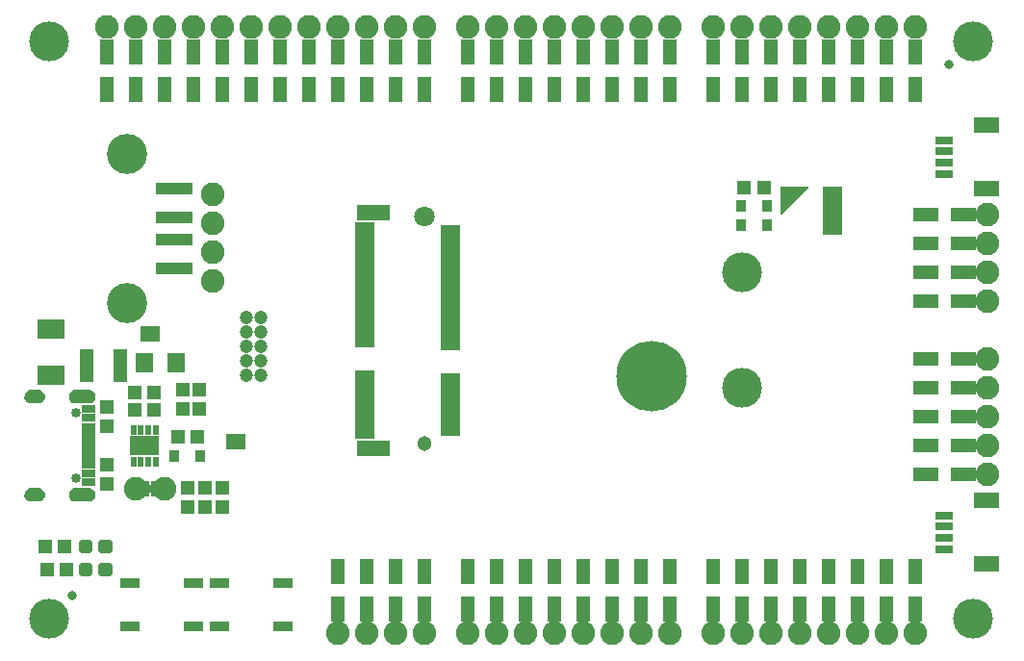
<source format=gts>
G04 EAGLE Gerber RS-274X export*
G75*
%MOMM*%
%FSLAX34Y34*%
%LPD*%
%INSoldermask Top*%
%IPPOS*%
%AMOC8*
5,1,8,0,0,1.08239X$1,22.5*%
G01*
%ADD10R,1.203200X0.503200*%
%ADD11R,1.203200X0.803200*%
%ADD12C,0.853200*%
%ADD13R,1.203200X1.303200*%
%ADD14R,0.503200X0.853200*%
%ADD15R,2.553200X1.803200*%
%ADD16R,1.303200X1.203200*%
%ADD17C,0.838200*%
%ADD18C,3.505200*%
%ADD19R,1.700000X4.200000*%
%ADD20R,0.833200X1.033200*%
%ADD21R,1.727200X0.965200*%
%ADD22R,0.838200X1.473200*%
%ADD23R,1.203200X3.003200*%
%ADD24R,1.603200X1.803200*%
%ADD25C,2.082800*%
%ADD26C,1.203200*%
%ADD27C,6.203200*%
%ADD28C,1.303200*%
%ADD29C,1.803200*%
%ADD30R,1.753200X0.503200*%
%ADD31R,2.953200X1.403200*%
%ADD32C,3.530600*%
%ADD33R,3.203200X1.103200*%
%ADD34R,1.200000X2.200000*%
%ADD35R,2.203200X1.403200*%
%ADD36R,1.553200X0.803200*%
%ADD37R,2.200000X1.200000*%
%ADD38C,0.505344*%
%ADD39R,2.413200X1.723200*%

G36*
X669166Y381017D02*
X669166Y381017D01*
X669193Y381013D01*
X669234Y381031D01*
X669276Y381040D01*
X669312Y381066D01*
X669321Y381070D01*
X669325Y381075D01*
X669336Y381084D01*
X693336Y405084D01*
X693357Y405122D01*
X693386Y405155D01*
X693390Y405182D01*
X693403Y405206D01*
X693400Y405250D01*
X693407Y405293D01*
X693396Y405319D01*
X693394Y405346D01*
X693368Y405381D01*
X693350Y405421D01*
X693327Y405436D01*
X693311Y405458D01*
X693270Y405474D01*
X693234Y405498D01*
X693190Y405505D01*
X693181Y405508D01*
X693174Y405507D01*
X693160Y405509D01*
X669160Y405509D01*
X669144Y405504D01*
X669127Y405507D01*
X669077Y405485D01*
X669026Y405470D01*
X669015Y405457D01*
X668999Y405450D01*
X668969Y405405D01*
X668934Y405365D01*
X668931Y405348D01*
X668922Y405334D01*
X668911Y405260D01*
X668911Y381260D01*
X668923Y381218D01*
X668926Y381174D01*
X668942Y381152D01*
X668950Y381126D01*
X668983Y381097D01*
X669009Y381062D01*
X669035Y381052D01*
X669055Y381034D01*
X669099Y381027D01*
X669139Y381012D01*
X669166Y381017D01*
G37*
G36*
X60304Y128554D02*
X60304Y128554D01*
X60307Y128551D01*
X61429Y128706D01*
X61434Y128711D01*
X61438Y128708D01*
X62509Y129079D01*
X62513Y129085D01*
X62518Y129083D01*
X63495Y129656D01*
X63498Y129662D01*
X63503Y129661D01*
X64350Y130414D01*
X64352Y130421D01*
X64357Y130421D01*
X65041Y131324D01*
X65041Y131331D01*
X65046Y131332D01*
X65541Y132351D01*
X65539Y132358D01*
X65544Y132360D01*
X65831Y133457D01*
X65829Y133461D01*
X65831Y133462D01*
X65829Y133464D01*
X65832Y133466D01*
X65899Y134597D01*
X65897Y134601D01*
X65899Y134603D01*
X65832Y135734D01*
X65827Y135739D01*
X65831Y135743D01*
X65544Y136840D01*
X65538Y136844D01*
X65541Y136849D01*
X65046Y137868D01*
X65040Y137871D01*
X65041Y137876D01*
X64357Y138779D01*
X64350Y138781D01*
X64350Y138786D01*
X63503Y139539D01*
X63496Y139539D01*
X63495Y139544D01*
X62518Y140117D01*
X62511Y140116D01*
X62509Y140121D01*
X61438Y140492D01*
X61432Y140489D01*
X61429Y140494D01*
X60307Y140649D01*
X60302Y140646D01*
X60300Y140649D01*
X48300Y140649D01*
X48295Y140646D01*
X48292Y140649D01*
X47025Y140444D01*
X47019Y140438D01*
X47015Y140441D01*
X45825Y139959D01*
X45821Y139952D01*
X45815Y139954D01*
X44762Y139220D01*
X44760Y139212D01*
X44754Y139213D01*
X43891Y138263D01*
X43890Y138254D01*
X43885Y138254D01*
X43255Y137135D01*
X43256Y137127D01*
X43250Y137125D01*
X42885Y135895D01*
X42888Y135887D01*
X42883Y135884D01*
X42801Y134603D01*
X42804Y134599D01*
X42801Y134597D01*
X42883Y133316D01*
X42889Y133310D01*
X42885Y133305D01*
X43250Y132075D01*
X43257Y132070D01*
X43255Y132065D01*
X43885Y130946D01*
X43892Y130943D01*
X43891Y130937D01*
X44754Y129987D01*
X44762Y129986D01*
X44762Y129980D01*
X45815Y129246D01*
X45823Y129246D01*
X45825Y129241D01*
X47015Y128759D01*
X47022Y128761D01*
X47025Y128756D01*
X48292Y128551D01*
X48297Y128554D01*
X48300Y128551D01*
X60300Y128551D01*
X60304Y128554D01*
G37*
G36*
X60304Y214954D02*
X60304Y214954D01*
X60307Y214951D01*
X61429Y215106D01*
X61434Y215111D01*
X61438Y215108D01*
X62509Y215479D01*
X62513Y215485D01*
X62518Y215483D01*
X63495Y216056D01*
X63498Y216062D01*
X63503Y216061D01*
X64350Y216814D01*
X64352Y216821D01*
X64357Y216821D01*
X65041Y217724D01*
X65041Y217731D01*
X65046Y217732D01*
X65541Y218751D01*
X65539Y218758D01*
X65544Y218760D01*
X65831Y219857D01*
X65829Y219861D01*
X65831Y219862D01*
X65829Y219864D01*
X65832Y219866D01*
X65899Y220997D01*
X65897Y221001D01*
X65899Y221003D01*
X65832Y222134D01*
X65827Y222139D01*
X65831Y222143D01*
X65544Y223240D01*
X65538Y223244D01*
X65541Y223249D01*
X65046Y224268D01*
X65040Y224271D01*
X65041Y224276D01*
X64357Y225179D01*
X64350Y225181D01*
X64350Y225186D01*
X63503Y225939D01*
X63496Y225939D01*
X63495Y225944D01*
X62518Y226517D01*
X62511Y226516D01*
X62509Y226521D01*
X61438Y226892D01*
X61432Y226889D01*
X61429Y226894D01*
X60307Y227049D01*
X60302Y227046D01*
X60300Y227049D01*
X48300Y227049D01*
X48295Y227046D01*
X48292Y227049D01*
X47025Y226844D01*
X47019Y226838D01*
X47015Y226841D01*
X45825Y226359D01*
X45821Y226352D01*
X45815Y226354D01*
X44762Y225620D01*
X44760Y225612D01*
X44754Y225613D01*
X43891Y224663D01*
X43890Y224654D01*
X43885Y224654D01*
X43255Y223535D01*
X43256Y223527D01*
X43250Y223525D01*
X42885Y222295D01*
X42888Y222287D01*
X42883Y222284D01*
X42801Y221003D01*
X42804Y220999D01*
X42801Y220997D01*
X42883Y219716D01*
X42889Y219710D01*
X42885Y219705D01*
X43250Y218475D01*
X43257Y218470D01*
X43255Y218465D01*
X43885Y217346D01*
X43892Y217343D01*
X43891Y217337D01*
X44754Y216387D01*
X44762Y216386D01*
X44762Y216380D01*
X45815Y215646D01*
X45823Y215646D01*
X45825Y215641D01*
X47015Y215159D01*
X47022Y215161D01*
X47025Y215156D01*
X48292Y214951D01*
X48297Y214954D01*
X48300Y214951D01*
X60300Y214951D01*
X60304Y214954D01*
G37*
G36*
X15503Y128553D02*
X15503Y128553D01*
X15505Y128551D01*
X16681Y128662D01*
X16686Y128667D01*
X16690Y128664D01*
X17822Y129002D01*
X17826Y129008D01*
X17831Y129006D01*
X18875Y129558D01*
X18878Y129565D01*
X18883Y129563D01*
X19799Y130309D01*
X19800Y130316D01*
X19806Y130316D01*
X20559Y131226D01*
X20559Y131233D01*
X20564Y131234D01*
X21125Y132273D01*
X21124Y132278D01*
X21128Y132280D01*
X21127Y132281D01*
X21129Y132282D01*
X21476Y133411D01*
X21476Y133412D01*
X21477Y133413D01*
X21474Y133417D01*
X21478Y133420D01*
X21599Y134595D01*
X21595Y134602D01*
X21599Y134606D01*
X21442Y135946D01*
X21437Y135952D01*
X21440Y135957D01*
X20989Y137228D01*
X20982Y137233D01*
X20984Y137238D01*
X20262Y138377D01*
X20254Y138380D01*
X20255Y138386D01*
X19297Y139336D01*
X19289Y139337D01*
X19288Y139343D01*
X18143Y140056D01*
X18135Y140055D01*
X18133Y140061D01*
X16857Y140501D01*
X16850Y140499D01*
X16847Y140503D01*
X15505Y140649D01*
X15502Y140647D01*
X15500Y140649D01*
X9500Y140649D01*
X9497Y140647D01*
X9494Y140649D01*
X8165Y140494D01*
X8159Y140488D01*
X8155Y140491D01*
X6894Y140044D01*
X6889Y140037D01*
X6884Y140039D01*
X5754Y139322D01*
X5751Y139315D01*
X5745Y139316D01*
X4803Y138366D01*
X4802Y138357D01*
X4796Y138357D01*
X4089Y137221D01*
X4090Y137213D01*
X4084Y137211D01*
X3648Y135946D01*
X3650Y135938D01*
X3645Y135936D01*
X3501Y134605D01*
X3505Y134599D01*
X3501Y134595D01*
X3611Y133429D01*
X3616Y133424D01*
X3613Y133420D01*
X3948Y132297D01*
X3954Y132293D01*
X3952Y132289D01*
X4500Y131253D01*
X4506Y131250D01*
X4505Y131245D01*
X5244Y130337D01*
X5251Y130335D01*
X5251Y130330D01*
X6153Y129583D01*
X6161Y129583D01*
X6161Y129578D01*
X7192Y129021D01*
X7199Y129022D01*
X7201Y129017D01*
X8320Y128673D01*
X8327Y128675D01*
X8330Y128671D01*
X9495Y128551D01*
X9498Y128553D01*
X9500Y128551D01*
X15500Y128551D01*
X15503Y128553D01*
G37*
G36*
X15503Y214953D02*
X15503Y214953D01*
X15505Y214951D01*
X16681Y215062D01*
X16686Y215067D01*
X16690Y215064D01*
X17822Y215402D01*
X17826Y215408D01*
X17831Y215406D01*
X18875Y215958D01*
X18878Y215965D01*
X18883Y215963D01*
X19799Y216709D01*
X19800Y216716D01*
X19806Y216716D01*
X20559Y217626D01*
X20559Y217633D01*
X20564Y217634D01*
X21125Y218673D01*
X21124Y218678D01*
X21128Y218680D01*
X21127Y218681D01*
X21129Y218682D01*
X21476Y219811D01*
X21476Y219812D01*
X21477Y219813D01*
X21474Y219817D01*
X21478Y219820D01*
X21599Y220995D01*
X21595Y221002D01*
X21599Y221006D01*
X21442Y222346D01*
X21437Y222352D01*
X21440Y222357D01*
X20989Y223628D01*
X20982Y223633D01*
X20984Y223638D01*
X20262Y224777D01*
X20254Y224780D01*
X20255Y224786D01*
X19297Y225736D01*
X19289Y225737D01*
X19288Y225743D01*
X18143Y226456D01*
X18135Y226455D01*
X18133Y226461D01*
X16857Y226901D01*
X16850Y226899D01*
X16847Y226903D01*
X15505Y227049D01*
X15502Y227047D01*
X15500Y227049D01*
X9500Y227049D01*
X9497Y227047D01*
X9494Y227049D01*
X8165Y226894D01*
X8159Y226888D01*
X8155Y226891D01*
X6894Y226444D01*
X6889Y226437D01*
X6884Y226439D01*
X5754Y225722D01*
X5751Y225715D01*
X5745Y225716D01*
X4803Y224766D01*
X4802Y224757D01*
X4796Y224757D01*
X4089Y223621D01*
X4090Y223613D01*
X4084Y223611D01*
X3648Y222346D01*
X3650Y222338D01*
X3645Y222336D01*
X3501Y221005D01*
X3505Y220999D01*
X3501Y220995D01*
X3611Y219829D01*
X3616Y219824D01*
X3613Y219820D01*
X3948Y218697D01*
X3954Y218693D01*
X3952Y218689D01*
X4500Y217653D01*
X4506Y217650D01*
X4505Y217645D01*
X5244Y216737D01*
X5251Y216735D01*
X5251Y216730D01*
X6153Y215983D01*
X6161Y215983D01*
X6161Y215978D01*
X7192Y215421D01*
X7199Y215422D01*
X7201Y215417D01*
X8320Y215073D01*
X8327Y215075D01*
X8330Y215071D01*
X9495Y214951D01*
X9498Y214953D01*
X9500Y214951D01*
X15500Y214951D01*
X15503Y214953D01*
G37*
G36*
X116270Y136283D02*
X116270Y136283D01*
X116336Y136285D01*
X116379Y136303D01*
X116426Y136311D01*
X116483Y136345D01*
X116543Y136370D01*
X116578Y136401D01*
X116619Y136426D01*
X116661Y136477D01*
X116709Y136521D01*
X116731Y136563D01*
X116760Y136600D01*
X116781Y136662D01*
X116812Y136721D01*
X116820Y136775D01*
X116832Y136812D01*
X116831Y136852D01*
X116839Y136906D01*
X116839Y142494D01*
X116828Y142559D01*
X116826Y142625D01*
X116808Y142668D01*
X116800Y142715D01*
X116766Y142772D01*
X116741Y142832D01*
X116710Y142867D01*
X116685Y142908D01*
X116634Y142950D01*
X116590Y142998D01*
X116548Y143020D01*
X116511Y143049D01*
X116449Y143070D01*
X116390Y143101D01*
X116336Y143109D01*
X116299Y143121D01*
X116259Y143120D01*
X116205Y143128D01*
X112395Y143128D01*
X112330Y143117D01*
X112264Y143115D01*
X112221Y143097D01*
X112174Y143089D01*
X112117Y143055D01*
X112057Y143030D01*
X112022Y142999D01*
X111981Y142974D01*
X111940Y142923D01*
X111891Y142879D01*
X111869Y142837D01*
X111840Y142800D01*
X111819Y142738D01*
X111788Y142679D01*
X111780Y142625D01*
X111768Y142588D01*
X111769Y142548D01*
X111761Y142494D01*
X111761Y136906D01*
X111772Y136841D01*
X111774Y136775D01*
X111792Y136732D01*
X111800Y136685D01*
X111834Y136628D01*
X111859Y136568D01*
X111890Y136533D01*
X111915Y136492D01*
X111966Y136451D01*
X112010Y136402D01*
X112052Y136380D01*
X112089Y136351D01*
X112151Y136330D01*
X112210Y136299D01*
X112264Y136291D01*
X112301Y136279D01*
X112341Y136280D01*
X112395Y136272D01*
X116205Y136272D01*
X116270Y136283D01*
G37*
D10*
X60100Y170300D03*
X60100Y175300D03*
D11*
X60100Y145550D03*
X60100Y153300D03*
D10*
X60100Y160300D03*
X60100Y165300D03*
X60100Y185300D03*
X60100Y180300D03*
D11*
X60100Y210050D03*
X60100Y202300D03*
D10*
X60100Y195300D03*
X60100Y190300D03*
D12*
X49050Y206700D03*
X49050Y148900D03*
D13*
X76200Y211700D03*
X76200Y194700D03*
X76200Y143900D03*
X76200Y160900D03*
D14*
X99470Y164050D03*
X105970Y164050D03*
X112470Y164050D03*
X118970Y164050D03*
X118970Y191550D03*
X112470Y191550D03*
X105970Y191550D03*
X99470Y191550D03*
D15*
X109220Y177800D03*
D16*
X100720Y209804D03*
X117720Y209804D03*
D17*
X45720Y45720D03*
X816770Y513080D03*
D18*
X838200Y533400D03*
X25400Y533400D03*
X838200Y25400D03*
X25400Y25400D03*
D19*
X714460Y384460D03*
D20*
X633660Y388620D03*
X656660Y388620D03*
D16*
X653914Y405384D03*
X636914Y405384D03*
D20*
X633660Y372110D03*
X656660Y372110D03*
D21*
X152400Y19050D03*
X96520Y19050D03*
X152400Y57150D03*
X96520Y57150D03*
D16*
X100720Y225044D03*
X117720Y225044D03*
D22*
X109982Y276606D03*
X118110Y276606D03*
D23*
X58152Y248666D03*
X88152Y248666D03*
D24*
X136682Y251206D03*
X108682Y251206D03*
D13*
X157480Y209940D03*
X157480Y226940D03*
X142494Y227194D03*
X142494Y210194D03*
D22*
X109220Y139700D03*
X119380Y139700D03*
D25*
X101600Y139700D03*
X127000Y139700D03*
D26*
X211582Y252476D03*
X211582Y265176D03*
X211582Y277876D03*
X211582Y290576D03*
X211582Y239776D03*
X198882Y252476D03*
X198882Y265176D03*
X198882Y277876D03*
X198882Y290576D03*
X198882Y239776D03*
D21*
X231140Y19050D03*
X175260Y19050D03*
X231140Y57150D03*
X175260Y57150D03*
D27*
X555498Y239268D03*
D16*
X138312Y185674D03*
X155312Y185674D03*
D20*
X135312Y168656D03*
X158312Y168656D03*
D13*
X147320Y140580D03*
X147320Y123580D03*
X162560Y140580D03*
X162560Y123580D03*
X177800Y140580D03*
X177800Y123580D03*
D28*
X355600Y179400D03*
D29*
X355600Y379400D03*
D30*
X302850Y186900D03*
D31*
X310600Y175900D03*
X310600Y382900D03*
D30*
X378350Y189400D03*
X302850Y191900D03*
X378350Y194400D03*
X302850Y196900D03*
X378350Y199400D03*
X302850Y201900D03*
X378350Y204400D03*
X302850Y206900D03*
X378350Y209400D03*
X302850Y211900D03*
X378350Y214400D03*
X302850Y216900D03*
X378350Y219400D03*
X302850Y221900D03*
X378350Y224400D03*
X302850Y226900D03*
X378350Y229400D03*
X302850Y231900D03*
X378350Y234400D03*
X302850Y236900D03*
X378350Y239400D03*
X302850Y241900D03*
X378350Y264400D03*
X302850Y266900D03*
X378350Y269400D03*
X302850Y271900D03*
X378350Y274400D03*
X302850Y276900D03*
X378350Y279400D03*
X302850Y281900D03*
X378350Y284400D03*
X302850Y286900D03*
X378350Y289400D03*
X302850Y291900D03*
X378350Y294400D03*
X302850Y296900D03*
X378350Y299400D03*
X302850Y301900D03*
X378350Y304400D03*
X302850Y306900D03*
X378350Y309400D03*
X302850Y311900D03*
X378350Y314400D03*
X302850Y316900D03*
X378350Y319400D03*
X302850Y321900D03*
X378350Y324400D03*
X302850Y326900D03*
X378350Y329400D03*
X302850Y331900D03*
X378350Y334400D03*
X302850Y336900D03*
X378350Y339400D03*
X302850Y341900D03*
X378350Y344400D03*
X302850Y346900D03*
X378350Y349400D03*
X302850Y351900D03*
X378350Y354400D03*
X302850Y356900D03*
X378350Y359400D03*
X302850Y361900D03*
X378350Y364400D03*
X302850Y366900D03*
X378350Y369400D03*
X302850Y371900D03*
D32*
X93500Y303403D03*
X93500Y434721D03*
D33*
X135620Y379062D03*
X135620Y404062D03*
X135620Y359062D03*
X135620Y334062D03*
D25*
X850900Y381000D03*
X850900Y355600D03*
X850900Y330200D03*
X850900Y304800D03*
D34*
X546300Y67400D03*
X546100Y34400D03*
X571700Y67400D03*
X571500Y34400D03*
X520800Y67400D03*
X520600Y34400D03*
X495500Y67400D03*
X495300Y34400D03*
X470100Y67400D03*
X469900Y34400D03*
X444600Y67400D03*
X444400Y34400D03*
X393900Y67400D03*
X393700Y34400D03*
X419300Y67400D03*
X419100Y34400D03*
D25*
X571500Y12700D03*
X546100Y12700D03*
X520700Y12700D03*
X495300Y12700D03*
X469900Y12700D03*
X444500Y12700D03*
X419100Y12700D03*
X393700Y12700D03*
D34*
X762200Y67400D03*
X762000Y34400D03*
X787600Y67400D03*
X787400Y34400D03*
X736700Y67400D03*
X736500Y34400D03*
X711400Y67400D03*
X711200Y34400D03*
X686000Y67400D03*
X685800Y34400D03*
X660500Y67400D03*
X660300Y34400D03*
X609800Y67400D03*
X609600Y34400D03*
X635200Y67400D03*
X635000Y34400D03*
D25*
X787400Y12700D03*
X762000Y12700D03*
X736600Y12700D03*
X711200Y12700D03*
X685800Y12700D03*
X660400Y12700D03*
X635000Y12700D03*
X609600Y12700D03*
D35*
X849550Y403800D03*
X849550Y459800D03*
D36*
X812800Y416800D03*
X812800Y426800D03*
X812800Y436800D03*
X812800Y446800D03*
D35*
X849550Y73600D03*
X849550Y129600D03*
D36*
X812800Y86600D03*
X812800Y96600D03*
X812800Y106600D03*
X812800Y116600D03*
D25*
X76350Y546100D03*
X101750Y546100D03*
X127150Y546100D03*
X152550Y546100D03*
D37*
X796200Y355800D03*
X829200Y355600D03*
X796200Y381200D03*
X829200Y381000D03*
X796200Y330300D03*
X829200Y330100D03*
X796200Y305000D03*
X829200Y304800D03*
D34*
X418900Y491400D03*
X419100Y524400D03*
X393500Y491400D03*
X393700Y524400D03*
X444400Y491400D03*
X444600Y524400D03*
X469700Y491400D03*
X469900Y524400D03*
X495100Y491400D03*
X495300Y524400D03*
X520600Y491400D03*
X520800Y524400D03*
X571300Y491400D03*
X571500Y524400D03*
X545900Y491400D03*
X546100Y524400D03*
X634800Y491400D03*
X635000Y524400D03*
X609400Y491400D03*
X609600Y524400D03*
X660300Y491400D03*
X660500Y524400D03*
X685600Y491400D03*
X685800Y524400D03*
X711000Y491400D03*
X711200Y524400D03*
X736500Y491400D03*
X736700Y524400D03*
X787200Y491400D03*
X787400Y524400D03*
X761800Y491400D03*
X762000Y524400D03*
X330400Y67400D03*
X330200Y34400D03*
X355800Y67400D03*
X355600Y34400D03*
X304900Y67400D03*
X304700Y34400D03*
X279600Y67400D03*
X279400Y34400D03*
D25*
X279400Y12700D03*
X304800Y12700D03*
X330200Y12700D03*
X355600Y12700D03*
X168910Y398780D03*
X168910Y373380D03*
X168910Y347980D03*
X168910Y322580D03*
D34*
X101400Y491400D03*
X101600Y524400D03*
X76000Y491400D03*
X76200Y524400D03*
X126900Y491400D03*
X127100Y524400D03*
X152200Y491400D03*
X152400Y524400D03*
X177600Y491400D03*
X177800Y524400D03*
X203100Y491400D03*
X203300Y524400D03*
X253800Y491400D03*
X254000Y524400D03*
X228400Y491400D03*
X228600Y524400D03*
X279200Y491400D03*
X279400Y524400D03*
X304700Y491400D03*
X304900Y524400D03*
X355400Y491400D03*
X355600Y524400D03*
X330000Y491400D03*
X330200Y524400D03*
D25*
X355600Y546100D03*
X330200Y546100D03*
X304800Y546100D03*
X279400Y546100D03*
X254000Y546100D03*
X228600Y546100D03*
X203200Y546100D03*
X177800Y546100D03*
D38*
X71320Y92390D02*
X71320Y85410D01*
X71320Y92390D02*
X78300Y92390D01*
X78300Y85410D01*
X71320Y85410D01*
X71320Y90210D02*
X78300Y90210D01*
X53780Y92390D02*
X53780Y85410D01*
X53780Y92390D02*
X60760Y92390D01*
X60760Y85410D01*
X53780Y85410D01*
X53780Y90210D02*
X60760Y90210D01*
X71320Y72070D02*
X71320Y65090D01*
X71320Y72070D02*
X78300Y72070D01*
X78300Y65090D01*
X71320Y65090D01*
X71320Y69890D02*
X78300Y69890D01*
X53780Y72070D02*
X53780Y65090D01*
X53780Y72070D02*
X60760Y72070D01*
X60760Y65090D01*
X53780Y65090D01*
X53780Y69890D02*
X60760Y69890D01*
D16*
X38980Y88900D03*
X21980Y88900D03*
X40250Y68580D03*
X23250Y68580D03*
D25*
X850900Y254000D03*
X850900Y228600D03*
X850900Y203200D03*
X850900Y177800D03*
X850900Y152400D03*
D37*
X796200Y228800D03*
X829200Y228600D03*
X796200Y254200D03*
X829200Y254000D03*
X796200Y203300D03*
X829200Y203100D03*
X796200Y178000D03*
X829200Y177800D03*
X796200Y152600D03*
X829200Y152400D03*
D18*
X635000Y228600D03*
X635000Y330200D03*
D25*
X393700Y546100D03*
X419100Y546100D03*
X444500Y546100D03*
X469900Y546100D03*
X495300Y546100D03*
X520700Y546100D03*
X546100Y546100D03*
X571500Y546100D03*
X609600Y546100D03*
X635000Y546100D03*
X660400Y546100D03*
X685800Y546100D03*
X711200Y546100D03*
X736600Y546100D03*
X762000Y546100D03*
X787400Y546100D03*
D22*
X185166Y181610D03*
X193294Y181610D03*
D39*
X27178Y240030D03*
X27178Y280730D03*
M02*

</source>
